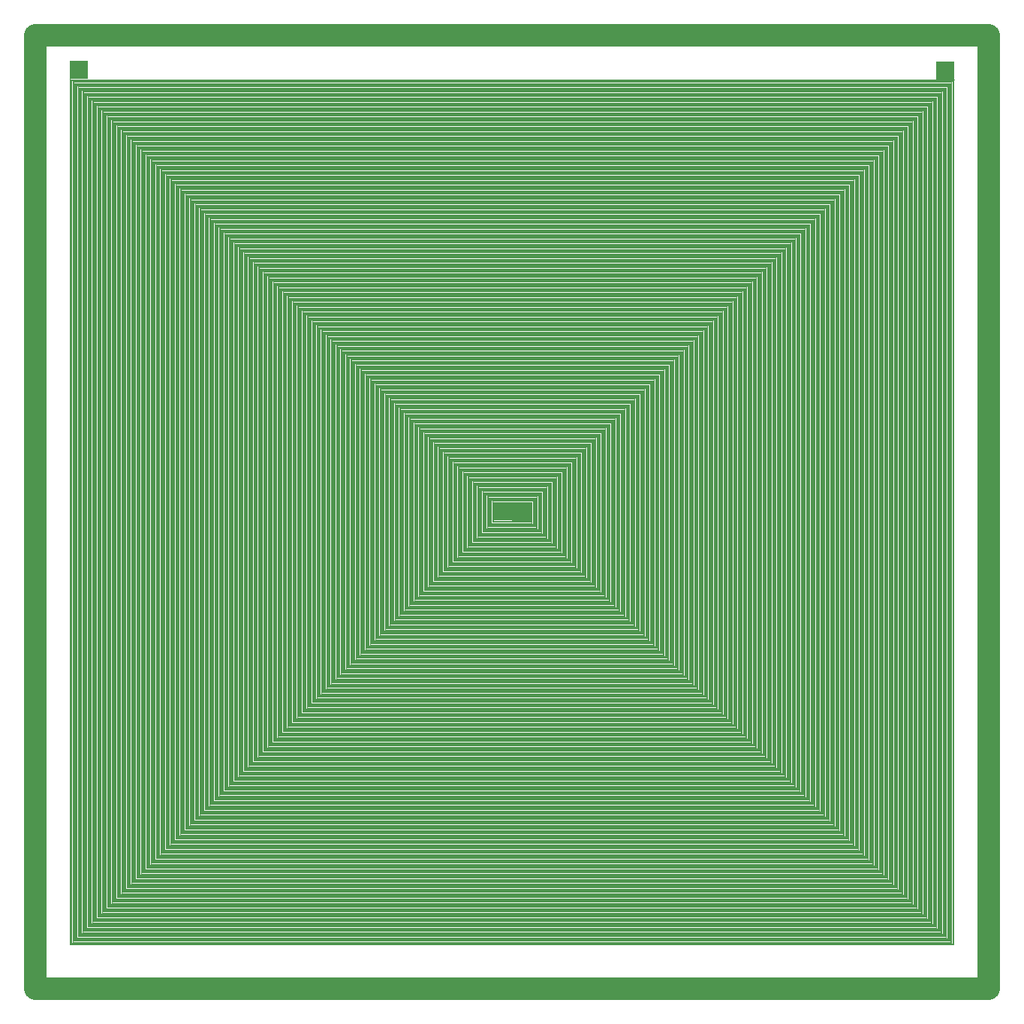
<source format=gbr>
G04 start of page 2 for group 0 idx 0 *
G04 Title: (unknown), component *
G04 Creator: pcb 1.99y *
G04 CreationDate: Mon Mar  9 18:38:30 2009 UTC *
G04 For: dj *
G04 Format: Gerber/RS-274X *
G04 PCB-Dimensions: 433006 433006 *
G04 PCB-Coordinate-Origin: lower left *
%MOIN*%
%FSLAX25Y25*%
%LNFRONT*%
%ADD11C,0.0020*%
%ADD12C,0.1000*%
%ADD13C,0.0200*%
%ADD14C,0.0300*%
G54D11*X249719Y187189D02*Y245424D01*
X250113Y186795D02*Y245818D01*
X250507Y186401D02*Y246212D01*
X250901Y186007D02*Y246606D01*
X251295Y185613D02*Y247000D01*
X251689Y185219D02*Y247394D01*
X252083Y184825D02*Y247788D01*
X252477Y184431D02*Y248182D01*
X252871Y184037D02*Y248576D01*
X253265Y183643D02*Y248970D01*
X253659Y183249D02*Y249364D01*
X254053Y182855D02*Y249758D01*
X254447Y182461D02*Y250152D01*
X254841Y182067D02*Y250546D01*
X255235Y181673D02*Y250940D01*
X255629Y181279D02*Y251334D01*
X256023Y180885D02*Y251728D01*
X256417Y180491D02*Y252122D01*
X256811Y180097D02*Y252516D01*
X257205Y179703D02*Y252910D01*
X257599Y179309D02*Y253304D01*
X257993Y178915D02*Y253698D01*
X258387Y178521D02*Y254092D01*
X258781Y178127D02*Y254486D01*
X259175Y177733D02*Y254880D01*
X259569Y177339D02*Y255274D01*
X259963Y176945D02*Y255668D01*
X260357Y176551D02*Y256062D01*
X260751Y176157D02*Y256456D01*
X261145Y175763D02*Y256850D01*
X154525Y274580D02*X278875D01*
X154131Y274974D02*X279269D01*
X153737Y275368D02*X279663D01*
X153343Y275762D02*X280057D01*
X152949Y276156D02*X280451D01*
X152555Y276550D02*X280845D01*
X152161Y276944D02*X281239D01*
X151767Y277338D02*X281633D01*
X182893Y246212D02*X250507D01*
X182499Y246606D02*X250901D01*
X182105Y247000D02*X251295D01*
X181711Y247394D02*X251689D01*
X181317Y247788D02*X252083D01*
X180923Y248182D02*X252477D01*
X180529Y248576D02*X252871D01*
X180135Y248970D02*X253265D01*
X179741Y249364D02*X253659D01*
X179347Y249758D02*X254053D01*
X178953Y250152D02*X254447D01*
X178559Y250546D02*X254841D01*
X178165Y250940D02*X255235D01*
X177771Y251334D02*X255629D01*
X177377Y251728D02*X256023D01*
X176983Y252122D02*X256417D01*
X176589Y252516D02*X256811D01*
X176195Y252910D02*X257205D01*
X175801Y253304D02*X257599D01*
X175407Y253698D02*X257993D01*
X175013Y254092D02*X258387D01*
X174619Y254486D02*X258781D01*
X174225Y254880D02*X259175D01*
X173831Y255274D02*X259569D01*
X173437Y255668D02*X259963D01*
X173043Y256062D02*X260357D01*
X172649Y256456D02*X260751D01*
X172255Y256850D02*X261145D01*
X171861Y257244D02*X261539D01*
X152161Y156457D02*Y276944D01*
X151767Y156063D02*Y277338D01*
X151373Y155669D02*Y277732D01*
X150979Y155275D02*Y278126D01*
X150585Y154881D02*Y278520D01*
X150191Y154487D02*Y278914D01*
X149797Y154093D02*Y279308D01*
X149403Y153699D02*Y279702D01*
X149009Y153305D02*Y280096D01*
X148615Y152911D02*Y280490D01*
X148221Y152517D02*Y280884D01*
X147827Y152123D02*Y281278D01*
X147433Y151729D02*Y281672D01*
X147039Y151335D02*Y282066D01*
X146645Y150941D02*Y282460D01*
X146251Y150547D02*Y282854D01*
X145857Y150153D02*Y283248D01*
X145463Y149759D02*Y283642D01*
X145069Y149365D02*Y284036D01*
X144675Y148971D02*Y284430D01*
X144281Y148577D02*Y284824D01*
X148221Y280884D02*X285179D01*
X284785Y152123D02*Y280490D01*
X147827Y281278D02*X285573D01*
X285179Y151729D02*Y280884D01*
X143887Y148183D02*Y285218D01*
X143493Y147789D02*Y285612D01*
X143099Y147395D02*Y286006D01*
X142705Y147001D02*Y286400D01*
X142311Y146607D02*Y286794D01*
X141917Y146213D02*Y287188D01*
X141523Y145819D02*Y287582D01*
X141129Y145425D02*Y287976D01*
X140735Y145031D02*Y288370D01*
X140341Y144637D02*Y288764D01*
X139947Y144243D02*Y289158D01*
X139553Y143849D02*Y289552D01*
X139159Y143455D02*Y289946D01*
X138765Y143061D02*Y290340D01*
X138371Y142667D02*Y290734D01*
X137977Y142273D02*Y291128D01*
X137583Y141879D02*Y291522D01*
X137189Y141485D02*Y291916D01*
X136795Y141091D02*Y292310D01*
X136401Y140697D02*Y292704D01*
X136007Y140303D02*Y293098D01*
X135613Y139909D02*Y293492D01*
X135219Y139515D02*Y293886D01*
X134825Y139121D02*Y294280D01*
X134431Y138727D02*Y294674D01*
X134037Y138333D02*Y295068D01*
X133643Y137939D02*Y295462D01*
X133249Y137545D02*Y295856D01*
X132855Y137151D02*Y296250D01*
X132461Y136757D02*Y296644D01*
X132067Y136363D02*Y297038D01*
X131673Y135969D02*Y297432D01*
X131279Y135575D02*Y297826D01*
X130885Y135181D02*Y298220D01*
X130491Y134787D02*Y298614D01*
X130097Y134393D02*Y299008D01*
X129703Y133999D02*Y299402D01*
X129309Y133605D02*Y299796D01*
X128915Y133211D02*Y300190D01*
X128521Y132817D02*Y300584D01*
X128127Y132423D02*Y300978D01*
X151373Y155669D02*X281239D01*
X150979Y155275D02*X281633D01*
X150585Y154881D02*X282027D01*
X150191Y154487D02*X282421D01*
X149797Y154093D02*X282815D01*
X149403Y153699D02*X283209D01*
X149009Y153305D02*X283603D01*
X148615Y152911D02*X283997D01*
X148221Y152517D02*X284391D01*
X147827Y152123D02*X284785D01*
X147433Y151729D02*X285179D01*
X147039Y151335D02*X285573D01*
X146645Y150941D02*X285967D01*
X146251Y150547D02*X286361D01*
X145857Y150153D02*X286755D01*
X145463Y149759D02*X287149D01*
X145069Y149365D02*X287543D01*
X144675Y148971D02*X287937D01*
X144281Y148577D02*X288331D01*
X143887Y148183D02*X288725D01*
X143493Y147789D02*X289119D01*
X143099Y147395D02*X289513D01*
X142705Y147001D02*X289907D01*
X285573Y151335D02*Y281278D01*
X285967Y150941D02*Y281672D01*
X286361Y150547D02*Y282066D01*
X286755Y150153D02*Y282460D01*
X287149Y149759D02*Y282854D01*
X287543Y149365D02*Y283248D01*
X287937Y148971D02*Y283642D01*
X288331Y148577D02*Y284036D01*
X288725Y148183D02*Y284430D01*
X289119Y147789D02*Y284824D01*
X289513Y147395D02*Y285218D01*
X289907Y147001D02*Y285612D01*
X290301Y146607D02*Y286006D01*
X290695Y146213D02*Y286400D01*
X291089Y145819D02*Y286794D01*
X291483Y145425D02*Y287188D01*
X291877Y145031D02*Y287582D01*
X292271Y144637D02*Y287976D01*
X292665Y144243D02*Y288370D01*
X293059Y143849D02*Y288764D01*
X293453Y143455D02*Y289158D01*
X293847Y143061D02*Y289552D01*
X294241Y142667D02*Y289946D01*
X294635Y142273D02*Y290340D01*
X295029Y141879D02*Y290734D01*
X295423Y141485D02*Y291128D01*
X295817Y141091D02*Y291522D01*
X296211Y140697D02*Y291916D01*
X296605Y140303D02*Y292310D01*
X296999Y139909D02*Y292704D01*
X297393Y139515D02*Y293098D01*
X297787Y139121D02*Y293492D01*
X298181Y138727D02*Y293886D01*
X298575Y138333D02*Y294280D01*
X298969Y137939D02*Y294674D01*
X299363Y137545D02*Y295068D01*
X299757Y137151D02*Y295462D01*
X300151Y136757D02*Y295856D01*
X300545Y136363D02*Y296250D01*
X300939Y135969D02*Y296644D01*
X301333Y135575D02*Y297038D01*
X301727Y135181D02*Y297432D01*
X302121Y134787D02*Y297826D01*
X302515Y134393D02*Y298220D01*
X302909Y133999D02*Y298614D01*
X303303Y133605D02*Y299008D01*
X303697Y133211D02*Y299402D01*
X304091Y132817D02*Y299796D01*
X304485Y132423D02*Y300190D01*
X304879Y132029D02*Y300584D01*
X305273Y131635D02*Y300978D01*
X305667Y131241D02*Y301372D01*
X306061Y130847D02*Y301766D01*
X306455Y130453D02*Y302160D01*
X306849Y130059D02*Y302554D01*
X307243Y129665D02*Y302948D01*
X307637Y129271D02*Y303342D01*
X308031Y128877D02*Y303736D01*
X308425Y128483D02*Y304130D01*
X308819Y128089D02*Y304524D01*
X309213Y127695D02*Y304918D01*
X309607Y127301D02*Y305312D01*
X310001Y126907D02*Y305706D01*
X310395Y126513D02*Y306100D01*
X310789Y126119D02*Y306494D01*
X311183Y125725D02*Y306888D01*
X311577Y125331D02*Y307282D01*
X311971Y124937D02*Y307676D01*
X312365Y124543D02*Y308070D01*
X312759Y124149D02*Y308464D01*
X313153Y123755D02*Y308858D01*
X313547Y123361D02*Y309252D01*
X313941Y122967D02*Y309646D01*
X314335Y122573D02*Y310040D01*
X314729Y122179D02*Y310434D01*
X315123Y121785D02*Y310828D01*
X315517Y121391D02*Y311222D01*
X315911Y120997D02*Y311616D01*
X316305Y120603D02*Y312010D01*
X316699Y120209D02*Y312404D01*
X317093Y119815D02*Y312798D01*
X142311Y146607D02*X290301D01*
X141917Y146213D02*X290695D01*
X141523Y145819D02*X291089D01*
X141129Y145425D02*X291483D01*
X140735Y145031D02*X291877D01*
X140341Y144637D02*X292271D01*
X139947Y144243D02*X292665D01*
X139553Y143849D02*X293059D01*
X139159Y143455D02*X293453D01*
X138765Y143061D02*X293847D01*
X138371Y142667D02*X294241D01*
X137977Y142273D02*X294635D01*
X137583Y141879D02*X295029D01*
X137189Y141485D02*X295423D01*
X136795Y141091D02*X295817D01*
X136401Y140697D02*X296211D01*
X136007Y140303D02*X296605D01*
X135613Y139909D02*X296999D01*
X135219Y139515D02*X297393D01*
X134825Y139121D02*X297787D01*
X134431Y138727D02*X298181D01*
X134037Y138333D02*X298575D01*
X133643Y137939D02*X298969D01*
X133249Y137545D02*X299363D01*
X132855Y137151D02*X299757D01*
X132461Y136757D02*X300151D01*
X132067Y136363D02*X300545D01*
X131673Y135969D02*X300939D01*
X131279Y135575D02*X301333D01*
X130885Y135181D02*X301727D01*
X130491Y134787D02*X302121D01*
X130097Y134393D02*X302515D01*
X129703Y133999D02*X302909D01*
X129309Y133605D02*X303303D01*
X128915Y133211D02*X303697D01*
X128521Y132817D02*X304091D01*
X128127Y132423D02*X304485D01*
X127733Y132029D02*X304879D01*
X127339Y131635D02*X305273D01*
X126945Y131241D02*X305667D01*
X126551Y130847D02*X306061D01*
X126157Y130453D02*X306455D01*
X125763Y130059D02*X306849D01*
X125369Y129665D02*X307243D01*
X124975Y129271D02*X307637D01*
X124581Y128877D02*X308031D01*
X124187Y128483D02*X308425D01*
X123793Y128089D02*X308819D01*
X123399Y127695D02*X309213D01*
X123005Y127301D02*X309607D01*
X122611Y126907D02*X310001D01*
X122217Y126513D02*X310395D01*
X121823Y126119D02*X310789D01*
X121429Y125725D02*X311183D01*
X121035Y125331D02*X311577D01*
X120641Y124937D02*X311971D01*
X120247Y124543D02*X312365D01*
X119853Y124149D02*X312759D01*
X119459Y123755D02*X313153D01*
X119065Y123361D02*X313547D01*
X118671Y122967D02*X313941D01*
X118277Y122573D02*X314335D01*
X117883Y122179D02*X314729D01*
X117489Y121785D02*X315123D01*
X117095Y121391D02*X315517D01*
X116701Y120997D02*X315911D01*
X116307Y120603D02*X316305D01*
X115913Y120209D02*X316699D01*
X115519Y119815D02*X317093D01*
X115125Y119421D02*X317487D01*
X207321Y211617D02*X225291D01*
X206927Y211223D02*X225685D01*
X206533Y210829D02*X226079D01*
X225291Y211617D02*Y220996D01*
X225685Y211223D02*Y221390D01*
X226079Y210829D02*Y221784D01*
X226473Y210435D02*Y222178D01*
X226867Y210041D02*Y222572D01*
X227261Y209647D02*Y222966D01*
X206139Y210435D02*X226473D01*
X205745Y210041D02*X226867D01*
X205351Y209647D02*X227261D01*
X204957Y209253D02*X227655D01*
X208109Y212405D02*Y220996D01*
X208503Y220602D02*X224897D01*
X207715Y212011D02*Y221390D01*
X208109Y212405D02*X224503D01*
Y220208D01*
X207715Y212011D02*X224897D01*
X208109Y220996D02*X225291D01*
X224897Y212011D02*Y220602D01*
X227655Y209253D02*Y223360D01*
X204563Y208859D02*X228049D01*
X234747Y202161D02*Y230452D01*
X235141Y201767D02*Y230846D01*
X235535Y201373D02*Y231240D01*
X235929Y200979D02*Y231634D01*
X236323Y200585D02*Y232028D01*
X236717Y200191D02*Y232422D01*
X237111Y199797D02*Y232816D01*
X237505Y199403D02*Y233210D01*
X237899Y199009D02*Y233604D01*
X238293Y198615D02*Y233998D01*
X238687Y198221D02*Y234392D01*
X239081Y197827D02*Y234786D01*
X239475Y197433D02*Y235180D01*
X239869Y197039D02*Y235574D01*
X240263Y196645D02*Y235968D01*
X240657Y196251D02*Y236362D01*
X241051Y195857D02*Y236756D01*
X241445Y195463D02*Y237150D01*
X241839Y195069D02*Y237544D01*
X242233Y194675D02*Y237938D01*
X242627Y194281D02*Y238332D01*
X243021Y193887D02*Y238726D01*
X243415Y193493D02*Y239120D01*
X243809Y193099D02*Y239514D01*
X244203Y192705D02*Y239908D01*
X244597Y192311D02*Y240302D01*
X244991Y191917D02*Y240696D01*
X245385Y191523D02*Y241090D01*
X245779Y191129D02*Y241484D01*
X246173Y190735D02*Y241878D01*
X246567Y190341D02*Y242272D01*
X246961Y189947D02*Y242666D01*
X247355Y189553D02*Y243060D01*
X247749Y189159D02*Y243454D01*
X248143Y188765D02*Y243848D01*
X248537Y188371D02*Y244242D01*
X248931Y187977D02*Y244636D01*
X249325Y187583D02*Y245030D01*
X228049Y208859D02*Y223754D01*
X228443Y208465D02*Y224148D01*
X228837Y208071D02*Y224542D01*
X229231Y207677D02*Y224936D01*
X229625Y207283D02*Y225330D01*
X230019Y206889D02*Y225724D01*
X230413Y206495D02*Y226118D01*
X230807Y206101D02*Y226512D01*
X231201Y205707D02*Y226906D01*
X231595Y205313D02*Y227300D01*
X231989Y204919D02*Y227694D01*
X232383Y204525D02*Y228088D01*
X232777Y204131D02*Y228482D01*
X233171Y203737D02*Y228876D01*
X233565Y203343D02*Y229270D01*
X233959Y202949D02*Y229664D01*
X234353Y202555D02*Y230058D01*
X207715Y221390D02*X225685D01*
X207321Y221784D02*X226079D01*
X206927Y222178D02*X226473D01*
X206533Y222572D02*X226867D01*
X206139Y222966D02*X227261D01*
X205745Y223360D02*X227655D01*
X205351Y223754D02*X228049D01*
X204957Y224148D02*X228443D01*
X204563Y224542D02*X228837D01*
X204169Y224936D02*X229231D01*
X203775Y225330D02*X229625D01*
X203381Y225724D02*X230019D01*
X202987Y226118D02*X230413D01*
X202593Y226512D02*X230807D01*
X202199Y226906D02*X231201D01*
X201805Y227300D02*X231595D01*
X201411Y227694D02*X231989D01*
X201017Y228088D02*X232383D01*
X200623Y228482D02*X232777D01*
X200229Y228876D02*X233171D01*
X199835Y229270D02*X233565D01*
X199441Y229664D02*X233959D01*
X199047Y230058D02*X234353D01*
X198653Y230452D02*X234747D01*
X198259Y230846D02*X235141D01*
X197865Y231240D02*X235535D01*
X197471Y231634D02*X235929D01*
X197077Y232028D02*X236323D01*
X196683Y232422D02*X236717D01*
X196289Y232816D02*X237111D01*
X195895Y233210D02*X237505D01*
X195501Y233604D02*X237899D01*
X195107Y233998D02*X238293D01*
X194713Y234392D02*X238687D01*
X194319Y234786D02*X239081D01*
X193925Y235180D02*X239475D01*
X193531Y235574D02*X239869D01*
X193137Y235968D02*X240263D01*
X192743Y236362D02*X240657D01*
X192349Y236756D02*X241051D01*
X191955Y237150D02*X241445D01*
X191561Y237544D02*X241839D01*
X191167Y237938D02*X242233D01*
X190773Y238332D02*X242627D01*
X190379Y238726D02*X243021D01*
X189985Y239120D02*X243415D01*
X189591Y239514D02*X243809D01*
X189197Y239908D02*X244203D01*
X188803Y240302D02*X244597D01*
X188409Y240696D02*X244991D01*
X188015Y241090D02*X245385D01*
X187621Y241484D02*X245779D01*
X187227Y241878D02*X246173D01*
X186833Y242272D02*X246567D01*
X186439Y242666D02*X246961D01*
X186045Y243060D02*X247355D01*
X185651Y243454D02*X247749D01*
X185257Y243848D02*X248143D01*
X184863Y244242D02*X248537D01*
X184469Y244636D02*X248931D01*
X184075Y245030D02*X249325D01*
X183681Y245424D02*X249719D01*
X183287Y245818D02*X250113D01*
X204169Y208465D02*X228443D01*
X203775Y208071D02*X228837D01*
X203381Y207677D02*X229231D01*
X202987Y207283D02*X229625D01*
X202593Y206889D02*X230019D01*
X171073Y175369D02*X261539D01*
X170679Y174975D02*X261933D01*
X170285Y174581D02*X262327D01*
X169891Y174187D02*X262721D01*
X169497Y173793D02*X263115D01*
X169103Y173399D02*X263509D01*
X171073Y175369D02*Y258032D01*
X170679Y174975D02*Y258426D01*
X170285Y174581D02*Y258820D01*
X169891Y174187D02*Y259214D01*
X169497Y173793D02*Y259608D01*
X169103Y173399D02*Y260002D01*
X171467Y257638D02*X261933D01*
X171073Y258032D02*X262327D01*
X170679Y258426D02*X262721D01*
X170285Y258820D02*X263115D01*
X169891Y259214D02*X263509D01*
X169497Y259608D02*X263903D01*
X169103Y260002D02*X264297D01*
X168709Y260396D02*X264691D01*
X168315Y260790D02*X265085D01*
X167921Y261184D02*X265479D01*
X167527Y261578D02*X265873D01*
X167133Y261972D02*X266267D01*
X166739Y262366D02*X266661D01*
X266267Y170641D02*Y261972D01*
X261539Y175369D02*Y257244D01*
X261933Y174975D02*Y257638D01*
X262327Y174581D02*Y258032D01*
X262721Y174187D02*Y258426D01*
X263115Y173793D02*Y258820D01*
X263509Y173399D02*Y259214D01*
X168709Y173005D02*X263903D01*
X168315Y172611D02*X264297D01*
X167921Y172217D02*X264691D01*
X263903Y173005D02*Y259608D01*
X264297Y172611D02*Y260002D01*
X264691Y172217D02*Y260396D01*
X265085Y171823D02*Y260790D01*
X265479Y171429D02*Y261184D01*
X265873Y171035D02*Y261578D01*
X167527Y171823D02*X265085D01*
X167133Y171429D02*X265479D01*
X166739Y171035D02*X265873D01*
X166345Y170641D02*X266267D01*
X168709Y173005D02*Y260396D01*
X168315Y172611D02*Y260790D01*
X167921Y172217D02*Y261184D01*
X167527Y171823D02*Y261578D01*
X167133Y171429D02*Y261972D01*
X166739Y171035D02*Y262366D01*
X166345Y170641D02*Y262760D01*
X165951Y170247D02*Y263154D01*
X165557Y169853D02*Y263548D01*
X165163Y169459D02*Y263942D01*
X164769Y169065D02*Y264336D01*
X164375Y168671D02*Y264730D01*
X163981Y168277D02*Y265124D01*
X163587Y167883D02*Y265518D01*
X163193Y167489D02*Y265912D01*
X162799Y167095D02*Y266306D01*
X162405Y166701D02*Y266700D01*
X162011Y166307D02*Y267094D01*
X161617Y165913D02*Y267488D01*
X161223Y165519D02*Y267882D01*
X160829Y165125D02*Y268276D01*
X165951Y170247D02*X266661D01*
X165557Y169853D02*X267055D01*
X165163Y169459D02*X267449D01*
X266661Y170247D02*Y262366D01*
X267055Y169853D02*Y262760D01*
X267449Y169459D02*Y263154D01*
X267843Y169065D02*Y263548D01*
X268237Y168671D02*Y263942D01*
X268631Y168277D02*Y264336D01*
X164769Y169065D02*X267843D01*
X164375Y168671D02*X268237D01*
X163981Y168277D02*X268631D01*
X163587Y167883D02*X269025D01*
X163193Y167489D02*X269419D01*
X162799Y167095D02*X269813D01*
X162405Y166701D02*X270207D01*
X162011Y166307D02*X270601D01*
X161617Y165913D02*X270995D01*
X161223Y165519D02*X271389D01*
X160829Y165125D02*X271783D01*
X269025Y167883D02*Y264730D01*
X269419Y167489D02*Y265124D01*
X269813Y167095D02*Y265518D01*
X270207Y166701D02*Y265912D01*
X270601Y166307D02*Y266306D01*
X270995Y165913D02*Y266700D01*
X271389Y165519D02*Y267094D01*
X271783Y165125D02*Y267488D01*
X166345Y262760D02*X267055D01*
X165951Y263154D02*X267449D01*
X165557Y263548D02*X267843D01*
X165163Y263942D02*X268237D01*
X164769Y264336D02*X268631D01*
X164375Y264730D02*X269025D01*
X163981Y265124D02*X269419D01*
X163587Y265518D02*X269813D01*
X163193Y265912D02*X270207D01*
X162799Y266306D02*X270601D01*
X162405Y266700D02*X270995D01*
X162011Y267094D02*X271389D01*
X161617Y267488D02*X271783D01*
X161223Y267882D02*X272177D01*
X160829Y268276D02*X272571D01*
X160435Y268670D02*X272965D01*
X160041Y269064D02*X273359D01*
X159647Y269458D02*X273753D01*
X159253Y269852D02*X274147D01*
X158859Y270246D02*X274541D01*
X158465Y270640D02*X274935D01*
X158071Y271034D02*X275329D01*
X157677Y271428D02*X275723D01*
X157283Y271822D02*X276117D01*
X156889Y272216D02*X276511D01*
X156495Y272610D02*X276905D01*
X156101Y273004D02*X277299D01*
X155707Y273398D02*X277693D01*
X155313Y273792D02*X278087D01*
X154919Y274186D02*X278481D01*
X157677Y161973D02*Y271428D01*
X157283Y161579D02*Y271822D01*
X156889Y161185D02*Y272216D01*
X156495Y160791D02*Y272610D01*
X156101Y160397D02*Y273004D01*
X155707Y160003D02*Y273398D01*
X155313Y159609D02*Y273792D01*
X154919Y159215D02*Y274186D01*
X154525Y158821D02*Y274580D01*
X154131Y158427D02*Y274974D01*
X153737Y158033D02*Y275368D01*
X153343Y157639D02*Y275762D01*
X152949Y157245D02*Y276156D01*
X152555Y156851D02*Y276550D01*
X272177Y164731D02*Y267882D01*
X272571Y164337D02*Y268276D01*
X272965Y163943D02*Y268670D01*
X273359Y163549D02*Y269064D01*
X273753Y163155D02*Y269458D01*
X274147Y162761D02*Y269852D01*
X157677Y161973D02*X274935D01*
X157283Y161579D02*X275329D01*
X156889Y161185D02*X275723D01*
X274541Y162367D02*Y270246D01*
X274935Y161973D02*Y270640D01*
X275329Y161579D02*Y271034D01*
X275723Y161185D02*Y271428D01*
X156495Y160791D02*X276117D01*
Y271822D01*
X156101Y160397D02*X276511D01*
Y272216D01*
X155707Y160003D02*X276905D01*
Y272610D01*
X155313Y159609D02*X277299D01*
Y273004D01*
X160435Y164731D02*X272177D01*
X160435D02*Y268670D01*
X160041Y164337D02*X272571D01*
X159647Y163943D02*X272965D01*
X159253Y163549D02*X273359D01*
X158859Y163155D02*X273753D01*
X158465Y162761D02*X274147D01*
X158071Y162367D02*X274541D01*
X160041Y164337D02*Y269064D01*
X159647Y163943D02*Y269458D01*
X159253Y163549D02*Y269852D01*
X158859Y163155D02*Y270246D01*
X158465Y162761D02*Y270640D01*
X158071Y162367D02*Y271034D01*
X154919Y159215D02*X277693D01*
Y273398D01*
X154525Y158821D02*X278087D01*
Y273792D01*
X154131Y158427D02*X278481D01*
X153737Y158033D02*X278875D01*
X153343Y157639D02*X279269D01*
X152949Y157245D02*X279663D01*
X278481Y158427D02*Y274186D01*
X278875Y158033D02*Y274580D01*
X279269Y157639D02*Y274974D01*
X279663Y157245D02*Y275368D01*
X280057Y156851D02*Y275762D01*
X280451Y156457D02*Y276156D01*
X280845Y156063D02*Y276550D01*
X281239Y155669D02*Y276944D01*
X281633Y155275D02*Y277338D01*
X282027Y154881D02*Y277732D01*
X151373D02*X282027D01*
X150979Y278126D02*X282421D01*
X152555Y156851D02*X280057D01*
X152161Y156457D02*X280451D01*
X151767Y156063D02*X280845D01*
X282421Y154487D02*Y278126D01*
X282815Y154093D02*Y278520D01*
X283209Y153699D02*Y278914D01*
X150585Y278520D02*X282815D01*
X150191Y278914D02*X283209D01*
X149797Y279308D02*X283603D01*
X149403Y279702D02*X283997D01*
X149009Y280096D02*X284391D01*
X148615Y280490D02*X284785D01*
X283603Y153305D02*Y279308D01*
X283997Y152911D02*Y279702D01*
X284391Y152517D02*Y280096D01*
X105275Y323830D02*X328125D01*
X104881Y324224D02*X328519D01*
X104487Y324618D02*X328913D01*
X104093Y325012D02*X329307D01*
X103699Y325406D02*X329701D01*
X103305Y325800D02*X330095D01*
X102911Y326194D02*X330489D01*
X102517Y326588D02*X330883D01*
X102123Y326982D02*X331277D01*
X101729Y327376D02*X331671D01*
X101335Y327770D02*X332065D01*
X100941Y328164D02*X332459D01*
X100547Y328558D02*X332853D01*
X100153Y328952D02*X333247D01*
X99759Y329346D02*X333641D01*
X99365Y329740D02*X334035D01*
X98971Y330134D02*X334429D01*
X98577Y330528D02*X334823D01*
X98183Y330922D02*X335217D01*
X97789Y331316D02*X335611D01*
X97395Y331710D02*X336005D01*
X97001Y332104D02*X336399D01*
X96607Y332498D02*X336793D01*
X96213Y332892D02*X337187D01*
X95819Y333286D02*X337581D01*
X95425Y333680D02*X337975D01*
X95031Y334074D02*X338369D01*
X90697Y338408D02*X342703D01*
X90303Y338802D02*X343097D01*
X89909Y339196D02*X343491D01*
X89515Y339590D02*X343885D01*
X89121Y339984D02*X344279D01*
X88727Y340378D02*X344673D01*
X88333Y340772D02*X345067D01*
X87939Y341166D02*X345461D01*
X87545Y341560D02*X345855D01*
X87151Y341954D02*X346249D01*
X86757Y342348D02*X346643D01*
X86363Y342742D02*X347037D01*
X85969Y343136D02*X347431D01*
X85575Y343530D02*X347825D01*
X85181Y343924D02*X348219D01*
X84787Y344318D02*X348613D01*
X84393Y344712D02*X349007D01*
X83999Y345106D02*X349401D01*
X83605Y345500D02*X349795D01*
X83211Y345894D02*X350189D01*
X82817Y346288D02*X350583D01*
X82423Y346682D02*X350977D01*
X82029Y347076D02*X351371D01*
X81635Y347470D02*X351765D01*
X81241Y347864D02*X352159D01*
X80847Y348258D02*X352553D01*
X356887Y80021D02*Y352592D01*
X357281Y79627D02*Y352986D01*
X357675Y79233D02*Y353380D01*
X358069Y78839D02*Y353774D01*
X358463Y78445D02*Y354168D01*
X358857Y78051D02*Y354562D01*
X359251Y77657D02*Y354956D01*
X359645Y77263D02*Y355350D01*
X360039Y76869D02*Y355744D01*
X360433Y76475D02*Y356138D01*
X360827Y76081D02*Y356532D01*
X361221Y75687D02*Y356926D01*
X361615Y75293D02*Y357320D01*
X362009Y74899D02*Y357714D01*
X362403Y74505D02*Y358108D01*
X362797Y74111D02*Y358502D01*
X363191Y73717D02*Y358896D01*
X363585Y73323D02*Y359290D01*
X363979Y72929D02*Y359684D01*
X364373Y72535D02*Y360078D01*
X364767Y72141D02*Y360472D01*
X365161Y71747D02*Y360866D01*
X365555Y71353D02*Y361260D01*
X365949Y70959D02*Y361654D01*
X366343Y70565D02*Y362048D01*
X366737Y70171D02*Y362442D01*
X367131Y69777D02*Y362836D01*
X367525Y69383D02*Y363230D01*
X367919Y68989D02*Y363624D01*
X368313Y68595D02*Y364018D01*
X368707Y68201D02*Y364412D01*
X369101Y67807D02*Y364806D01*
X369495Y67413D02*Y365200D01*
X80453Y348652D02*X352947D01*
X80059Y349046D02*X353341D01*
X79665Y349440D02*X353735D01*
X79271Y349834D02*X354129D01*
X78877Y350228D02*X354523D01*
X78483Y350622D02*X354917D01*
X78089Y351016D02*X355311D01*
X77695Y351410D02*X355705D01*
X77301Y351804D02*X356099D01*
X76907Y352198D02*X356493D01*
X76513Y352592D02*X356887D01*
X76119Y352986D02*X357281D01*
X75725Y353380D02*X357675D01*
X75331Y353774D02*X358069D01*
X74937Y354168D02*X358463D01*
X74543Y354562D02*X358857D01*
X74149Y354956D02*X359251D01*
X73755Y355350D02*X359645D01*
X73361Y355744D02*X360039D01*
X72967Y356138D02*X360433D01*
X72573Y356532D02*X360827D01*
X72179Y356926D02*X361221D01*
X71785Y357320D02*X361615D01*
X71391Y357714D02*X362009D01*
X70997Y358108D02*X362403D01*
X70603Y358502D02*X362797D01*
X70209Y358896D02*X363191D01*
X69815Y359290D02*X363585D01*
X69421Y359684D02*X363979D01*
X69027Y360078D02*X364373D01*
X68633Y360472D02*X364767D01*
X68239Y360866D02*X365161D01*
X67845Y361260D02*X365555D01*
X67451Y361654D02*X365949D01*
X67057Y362048D02*X366343D01*
X66663Y362442D02*X366737D01*
X66269Y362836D02*X367131D01*
X65875Y363230D02*X367525D01*
X65481Y363624D02*X367919D01*
X65087Y364018D02*X368313D01*
X64693Y364412D02*X368707D01*
X64299Y364806D02*X369101D01*
X63905Y365200D02*X369495D01*
X63511Y365594D02*X369889D01*
X207321Y211617D02*Y221784D01*
X206927Y211223D02*Y222178D01*
X206533Y210829D02*Y222572D01*
X206139Y210435D02*Y222966D01*
X205745Y210041D02*Y223360D01*
X205351Y209647D02*Y223754D01*
X204957Y209253D02*Y224148D01*
X204563Y208859D02*Y224542D01*
X204169Y208465D02*Y224936D01*
X203775Y208071D02*Y225330D01*
X203381Y207677D02*Y225724D01*
X202987Y207283D02*Y226118D01*
X202593Y206889D02*Y226512D01*
X202199Y206495D02*Y226906D01*
X201805Y206101D02*Y227300D01*
X201411Y205707D02*Y227694D01*
X201017Y205313D02*Y228088D01*
X200623Y204919D02*Y228482D01*
X200229Y204525D02*Y228876D01*
X199835Y204131D02*Y229270D01*
X199441Y203737D02*Y229664D01*
X199047Y203343D02*Y230058D01*
X198653Y202949D02*Y230452D01*
X198259Y202555D02*Y230846D01*
X197865Y202161D02*Y231240D01*
X197471Y201767D02*Y231634D01*
X197077Y201373D02*Y232028D01*
X196683Y200979D02*Y232422D01*
X196289Y200585D02*Y232816D01*
X195895Y200191D02*Y233210D01*
X195501Y199797D02*Y233604D01*
X195107Y199403D02*Y233998D01*
X194713Y199009D02*Y234392D01*
X194319Y198615D02*Y234786D01*
X193925Y198221D02*Y235180D01*
X193531Y197827D02*Y235574D01*
X193137Y197433D02*Y235968D01*
X192743Y197039D02*Y236362D01*
X192349Y196645D02*Y236756D01*
X191955Y196251D02*Y237150D01*
X191561Y195857D02*Y237544D01*
X191167Y195463D02*Y237938D01*
X190773Y195069D02*Y238332D01*
X190379Y194675D02*Y238726D01*
X189985Y194281D02*Y239120D01*
X202199Y206495D02*X230413D01*
X201805Y206101D02*X230807D01*
X201411Y205707D02*X231201D01*
X201017Y205313D02*X231595D01*
X200623Y204919D02*X231989D01*
X200229Y204525D02*X232383D01*
X199835Y204131D02*X232777D01*
X199441Y203737D02*X233171D01*
X199047Y203343D02*X233565D01*
X198653Y202949D02*X233959D01*
X198259Y202555D02*X234353D01*
X197865Y202161D02*X234747D01*
X197471Y201767D02*X235141D01*
X197077Y201373D02*X235535D01*
X196683Y200979D02*X235929D01*
X196289Y200585D02*X236323D01*
X195895Y200191D02*X236717D01*
X195501Y199797D02*X237111D01*
X195107Y199403D02*X237505D01*
X194713Y199009D02*X237899D01*
X194319Y198615D02*X238293D01*
X193925Y198221D02*X238687D01*
X193531Y197827D02*X239081D01*
X193137Y197433D02*X239475D01*
X192743Y197039D02*X239869D01*
X192349Y196645D02*X240263D01*
X191955Y196251D02*X240657D01*
X191561Y195857D02*X241051D01*
X191167Y195463D02*X241445D01*
X190773Y195069D02*X241839D01*
X190379Y194675D02*X242233D01*
X189985Y194281D02*X242627D01*
X189591Y193887D02*X243021D01*
X189197Y193493D02*X243415D01*
X188803Y193099D02*X243809D01*
X188409Y192705D02*X244203D01*
X188015Y192311D02*X244597D01*
X187621Y191917D02*X244991D01*
X187227Y191523D02*X245385D01*
X186833Y191129D02*X245779D01*
X186439Y190735D02*X246173D01*
X186045Y190341D02*X246567D01*
X185651Y189947D02*X246961D01*
X185257Y189553D02*X247355D01*
X184863Y189159D02*X247749D01*
X184469Y188765D02*X248143D01*
X184075Y188371D02*X248537D01*
X183681Y187977D02*X248931D01*
X183287Y187583D02*X249325D01*
X182893Y187189D02*X249719D01*
X182499Y186795D02*X250113D01*
X182105Y186401D02*X250507D01*
X181711Y186007D02*X250901D01*
X181317Y185613D02*X251295D01*
X180923Y185219D02*X251689D01*
X180529Y184825D02*X252083D01*
X180135Y184431D02*X252477D01*
X179741Y184037D02*X252871D01*
X179347Y183643D02*X253265D01*
X178953Y183249D02*X253659D01*
X178559Y182855D02*X254053D01*
X178165Y182461D02*X254447D01*
X177771Y182067D02*X254841D01*
X177377Y181673D02*X255235D01*
X176983Y181279D02*X255629D01*
X176589Y180885D02*X256023D01*
X176195Y180491D02*X256417D01*
X175801Y180097D02*X256811D01*
X175407Y179703D02*X257205D01*
X175013Y179309D02*X257599D01*
X174619Y178915D02*X257993D01*
X174225Y178521D02*X258387D01*
X173831Y178127D02*X258781D01*
X173437Y177733D02*X259175D01*
X173043Y177339D02*X259569D01*
X172649Y176945D02*X259963D01*
X172255Y176551D02*X260357D01*
X171861Y176157D02*X260751D01*
X171467Y175763D02*X261145D01*
X189591Y193887D02*Y239514D01*
X189197Y193493D02*Y239908D01*
X188803Y193099D02*Y240302D01*
X188409Y192705D02*Y240696D01*
X188015Y192311D02*Y241090D01*
X187621Y191917D02*Y241484D01*
X187227Y191523D02*Y241878D01*
X186833Y191129D02*Y242272D01*
X186439Y190735D02*Y242666D01*
X186045Y190341D02*Y243060D01*
X185651Y189947D02*Y243454D01*
X185257Y189553D02*Y243848D01*
X184863Y189159D02*Y244242D01*
X184469Y188765D02*Y244636D01*
X184075Y188371D02*Y245030D01*
X183681Y187977D02*Y245424D01*
X183287Y187583D02*Y245818D01*
X182893Y187189D02*Y246212D01*
X182499Y186795D02*Y246606D01*
X182105Y186401D02*Y247000D01*
X181711Y186007D02*Y247394D01*
X181317Y185613D02*Y247788D01*
X180923Y185219D02*Y248182D01*
X180529Y184825D02*Y248576D01*
X180135Y184431D02*Y248970D01*
X179741Y184037D02*Y249364D01*
X179347Y183643D02*Y249758D01*
X178953Y183249D02*Y250152D01*
X178559Y182855D02*Y250546D01*
X178165Y182461D02*Y250940D01*
X177771Y182067D02*Y251334D01*
X177377Y181673D02*Y251728D01*
X176983Y181279D02*Y252122D01*
X176589Y180885D02*Y252516D01*
X176195Y180491D02*Y252910D01*
X175801Y180097D02*Y253304D01*
X175407Y179703D02*Y253698D01*
X175013Y179309D02*Y254092D01*
X174619Y178915D02*Y254486D01*
X174225Y178521D02*Y254880D01*
X173831Y178127D02*Y255274D01*
X173437Y177733D02*Y255668D01*
X173043Y177339D02*Y256062D01*
X172649Y176945D02*Y256456D01*
X172255Y176551D02*Y256850D01*
X171861Y176157D02*Y257244D01*
X171467Y175763D02*Y257638D01*
X127733Y132029D02*Y301372D01*
X127339Y131635D02*Y301766D01*
X126945Y131241D02*Y302160D01*
X126551Y130847D02*Y302554D01*
X126157Y130453D02*Y302948D01*
X125763Y130059D02*Y303342D01*
X125369Y129665D02*Y303736D01*
X124975Y129271D02*Y304130D01*
X124581Y128877D02*Y304524D01*
X124187Y128483D02*Y304918D01*
X123793Y128089D02*Y305312D01*
X123399Y127695D02*Y305706D01*
X123005Y127301D02*Y306100D01*
X122611Y126907D02*Y306494D01*
X122217Y126513D02*Y306888D01*
X121823Y126119D02*Y307282D01*
X121429Y125725D02*Y307676D01*
X121035Y125331D02*Y308070D01*
X120641Y124937D02*Y308464D01*
X120247Y124543D02*Y308858D01*
X119853Y124149D02*Y309252D01*
X114731Y119027D02*X317881D01*
X114337Y118633D02*X318275D01*
X113943Y118239D02*X318669D01*
X113549Y117845D02*X319063D01*
X113155Y117451D02*X319457D01*
X112761Y117057D02*X319851D01*
X112367Y116663D02*X320245D01*
X111973Y116269D02*X320639D01*
X111579Y115875D02*X321033D01*
X111185Y115481D02*X321427D01*
X110791Y115087D02*X321821D01*
X110397Y114693D02*X322215D01*
X110003Y114299D02*X322609D01*
X321427Y115481D02*Y317132D01*
X321821Y115087D02*Y317526D01*
X322215Y114693D02*Y317920D01*
X322609Y114299D02*Y318314D01*
X323003Y113905D02*Y318708D01*
X323397Y113511D02*Y319102D01*
X323791Y113117D02*Y319496D01*
X324185Y112723D02*Y319890D01*
X109609Y113905D02*X323003D01*
X109215Y113511D02*X323397D01*
X108821Y113117D02*X323791D01*
X108427Y112723D02*X324185D01*
X108033Y112329D02*X324579D01*
X107639Y111935D02*X324973D01*
X107245Y111541D02*X325367D01*
X324579Y112329D02*Y320284D01*
X324973Y111935D02*Y320678D01*
X325367Y111541D02*Y321072D01*
X325761Y111147D02*Y321466D01*
X326155Y110753D02*Y321860D01*
X326549Y110359D02*Y322254D01*
X326943Y109965D02*Y322648D01*
X327337Y109571D02*Y323042D01*
X327731Y109177D02*Y323436D01*
X328125Y108783D02*Y323830D01*
X328519Y108389D02*Y324224D01*
X328913Y107995D02*Y324618D01*
X329307Y107601D02*Y325012D01*
X329701Y107207D02*Y325406D01*
X330095Y106813D02*Y325800D01*
X119459Y123755D02*Y309646D01*
X119065Y123361D02*Y310040D01*
X118671Y122967D02*Y310434D01*
X118277Y122573D02*Y310828D01*
X117883Y122179D02*Y311222D01*
X117489Y121785D02*Y311616D01*
X117095Y121391D02*Y312010D01*
X116701Y120997D02*Y312404D01*
X116307Y120603D02*Y312798D01*
X115913Y120209D02*Y313192D01*
X115519Y119815D02*Y313586D01*
X115125Y119421D02*Y313980D01*
X114731Y119027D02*Y314374D01*
X114337Y118633D02*Y314768D01*
X113943Y118239D02*Y315162D01*
X113549Y117845D02*Y315556D01*
X113155Y117451D02*Y315950D01*
X112761Y117057D02*Y316344D01*
X112367Y116663D02*Y316738D01*
X111973Y116269D02*Y317132D01*
X111579Y115875D02*Y317526D01*
X111185Y115481D02*Y317920D01*
X110791Y115087D02*Y318314D01*
X110397Y114693D02*Y318708D01*
X110003Y114299D02*Y319102D01*
X109609Y113905D02*Y319496D01*
X109215Y113511D02*Y319890D01*
X108821Y113117D02*Y320284D01*
X108427Y112723D02*Y320678D01*
X108033Y112329D02*Y321072D01*
X107639Y111935D02*Y321466D01*
X107245Y111541D02*Y321860D01*
X106851Y111147D02*Y322254D01*
X106457Y110753D02*Y322648D01*
X106063Y110359D02*Y323042D01*
X105669Y109965D02*Y323436D01*
X105275Y109571D02*Y323830D01*
X104881Y109177D02*Y324224D01*
X104487Y108783D02*Y324618D01*
X104093Y108389D02*Y325012D01*
X103699Y107995D02*Y325406D01*
X103305Y107601D02*Y325800D01*
X102911Y107207D02*Y326194D01*
X102517Y106813D02*Y326588D01*
X102123Y106419D02*Y326982D01*
X101729Y106025D02*Y327376D01*
X101335Y105631D02*Y327770D01*
X100941Y105237D02*Y328164D01*
X100547Y104843D02*Y328558D01*
X100153Y104449D02*Y328952D01*
X99759Y104055D02*Y329346D01*
X99365Y103661D02*Y329740D01*
X98971Y103267D02*Y330134D01*
X98577Y102873D02*Y330528D01*
X98183Y102479D02*Y330922D01*
X97789Y102085D02*Y331316D01*
X97395Y101691D02*Y331710D01*
X97001Y101297D02*Y332104D01*
X96607Y100903D02*Y332498D01*
X96213Y100509D02*Y332892D01*
X95819Y100115D02*Y333286D01*
X95425Y99721D02*Y333680D01*
X95031Y99327D02*Y334074D01*
X94637Y98933D02*Y334468D01*
X106851Y111147D02*X325761D01*
X106457Y110753D02*X326155D01*
X106063Y110359D02*X326549D01*
X105669Y109965D02*X326943D01*
X105275Y109571D02*X327337D01*
X104881Y109177D02*X327731D01*
X104487Y108783D02*X328125D01*
X104093Y108389D02*X328519D01*
X103699Y107995D02*X328913D01*
X103305Y107601D02*X329307D01*
X102911Y107207D02*X329701D01*
X102517Y106813D02*X330095D01*
X102123Y106419D02*X330489D01*
X101729Y106025D02*X330883D01*
X101335Y105631D02*X331277D01*
X100941Y105237D02*X331671D01*
X100547Y104843D02*X332065D01*
X100153Y104449D02*X332459D01*
X99759Y104055D02*X332853D01*
X99365Y103661D02*X333247D01*
X98971Y103267D02*X333641D01*
X98577Y102873D02*X334035D01*
X98183Y102479D02*X334429D01*
X97789Y102085D02*X334823D01*
X97395Y101691D02*X335217D01*
X97001Y101297D02*X335611D01*
X96607Y100903D02*X336005D01*
X96213Y100509D02*X336399D01*
X95819Y100115D02*X336793D01*
X95425Y99721D02*X337187D01*
X95031Y99327D02*X337581D01*
X94637Y98933D02*X337975D01*
X320245Y116663D02*Y315950D01*
X320639Y116269D02*Y316344D01*
X321033Y115875D02*Y316738D01*
X330489Y106419D02*Y326194D01*
X330883Y106025D02*Y326588D01*
X331277Y105631D02*Y326982D01*
X331671Y105237D02*Y327376D01*
X332065Y104843D02*Y327770D01*
X332459Y104449D02*Y328164D01*
X332853Y104055D02*Y328558D01*
X333247Y103661D02*Y328952D01*
X333641Y103267D02*Y329346D01*
X334035Y102873D02*Y329740D01*
X334429Y102479D02*Y330134D01*
X334823Y102085D02*Y330528D01*
X335217Y101691D02*Y330922D01*
X335611Y101297D02*Y331316D01*
X336005Y100903D02*Y331710D01*
X336399Y100509D02*Y332104D01*
X336793Y100115D02*Y332498D01*
X337187Y99721D02*Y332892D01*
X337581Y99327D02*Y333286D01*
X337975Y98933D02*Y333680D01*
X317487Y119421D02*Y313192D01*
X317881Y119027D02*Y313586D01*
X318275Y118633D02*Y313980D01*
X318669Y118239D02*Y314374D01*
X319063Y117845D02*Y314768D01*
X319457Y117451D02*Y315162D01*
X319851Y117057D02*Y315556D01*
X94637Y334468D02*X338763D01*
X94243Y334862D02*X339157D01*
X93849Y335256D02*X339551D01*
X93455Y335650D02*X339945D01*
X93061Y336044D02*X340339D01*
X92667Y336438D02*X340733D01*
X338369Y98539D02*Y334074D01*
X338763Y98145D02*Y334468D01*
X339157Y97751D02*Y334862D01*
X339551Y97357D02*Y335256D01*
X339945Y96963D02*Y335650D01*
X340339Y96569D02*Y336044D01*
X94243Y98539D02*X338369D01*
X93849Y98145D02*X338763D01*
X93455Y97751D02*X339157D01*
X93061Y97357D02*X339551D01*
X92667Y96963D02*X339945D01*
X92273Y96569D02*X340339D01*
X340733Y96175D02*Y336438D01*
X341127Y95781D02*Y336832D01*
X341521Y95387D02*Y337226D01*
X91879Y96175D02*X340733D01*
X91485Y95781D02*X341127D01*
X91091Y95387D02*X341521D01*
X90697Y94993D02*X341915D01*
X92273Y336832D02*X341127D01*
X91879Y337226D02*X341521D01*
X91485Y337620D02*X341915D01*
X91091Y338014D02*X342309D01*
X341915Y94993D02*Y337620D01*
X90303Y94599D02*X342309D01*
X89909Y94205D02*X342703D01*
X89515Y93811D02*X343097D01*
X89121Y93417D02*X343491D01*
X88727Y93023D02*X343885D01*
X88333Y92629D02*X344279D01*
X87939Y92235D02*X344673D01*
X87545Y91841D02*X345067D01*
X87151Y91447D02*X345461D01*
X86757Y91053D02*X345855D01*
X86363Y90659D02*X346249D01*
X85969Y90265D02*X346643D01*
X85575Y89871D02*X347037D01*
X85181Y89477D02*X347431D01*
X84787Y89083D02*X347825D01*
X84393Y88689D02*X348219D01*
X83999Y88295D02*X348613D01*
X83605Y87901D02*X349007D01*
X83211Y87507D02*X349401D01*
X82817Y87113D02*X349795D01*
X82423Y86719D02*X350189D01*
X82029Y86325D02*X350583D01*
X81635Y85931D02*X350977D01*
X81241Y85537D02*X351371D01*
X80847Y85143D02*X351765D01*
X80453Y84749D02*X352159D01*
X80059Y84355D02*X352553D01*
X79665Y83961D02*X352947D01*
X79271Y83567D02*X353341D01*
X78877Y83173D02*X353735D01*
X78483Y82779D02*X354129D01*
X78089Y82385D02*X354523D01*
X77695Y81991D02*X354917D01*
X77301Y81597D02*X355311D01*
X76907Y81203D02*X355705D01*
X76513Y80809D02*X356099D01*
X76119Y80415D02*X356493D01*
X75725Y80021D02*X356887D01*
X342309Y94599D02*Y338014D01*
X342703Y94205D02*Y338408D01*
X343097Y93811D02*Y338802D01*
X343491Y93417D02*Y339196D01*
X343885Y93023D02*Y339590D01*
X344279Y92629D02*Y339984D01*
X344673Y92235D02*Y340378D01*
X345067Y91841D02*Y340772D01*
X345461Y91447D02*Y341166D01*
X345855Y91053D02*Y341560D01*
X346249Y90659D02*Y341954D01*
X346643Y90265D02*Y342348D01*
X347037Y89871D02*Y342742D01*
X347431Y89477D02*Y343136D01*
X347825Y89083D02*Y343530D01*
X348219Y88689D02*Y343924D01*
X348613Y88295D02*Y344318D01*
X349007Y87901D02*Y344712D01*
X349401Y87507D02*Y345106D01*
X349795Y87113D02*Y345500D01*
X350189Y86719D02*Y345894D01*
X350583Y86325D02*Y346288D01*
X350977Y85931D02*Y346682D01*
X351371Y85537D02*Y347076D01*
X351765Y85143D02*Y347470D01*
X352159Y84749D02*Y347864D01*
X352553Y84355D02*Y348258D01*
X352947Y83961D02*Y348652D01*
X353341Y83567D02*Y349046D01*
X353735Y83173D02*Y349440D01*
X354129Y82779D02*Y349834D01*
X354523Y82385D02*Y350228D01*
X354917Y81991D02*Y350622D01*
X355311Y81597D02*Y351016D01*
X355705Y81203D02*Y351410D01*
X356099Y80809D02*Y351804D01*
X356493Y80415D02*Y352198D01*
X94243Y98539D02*Y334862D01*
X93849Y98145D02*Y335256D01*
X93455Y97751D02*Y335650D01*
X93061Y97357D02*Y336044D01*
X92667Y96963D02*Y336438D01*
X92273Y96569D02*Y336832D01*
X91879Y96175D02*Y337226D01*
X91485Y95781D02*Y337620D01*
X91091Y95387D02*Y338014D01*
X90697Y94993D02*Y338408D01*
X90303Y94599D02*Y338802D01*
X89909Y94205D02*Y339196D01*
X89515Y93811D02*Y339590D01*
X89121Y93417D02*Y339984D01*
X88727Y93023D02*Y340378D01*
X88333Y92629D02*Y340772D01*
X87939Y92235D02*Y341166D01*
X87545Y91841D02*Y341560D01*
X87151Y91447D02*Y341954D01*
X86757Y91053D02*Y342348D01*
X86363Y90659D02*Y342742D01*
X85969Y90265D02*Y343136D01*
X75331Y79627D02*X357281D01*
X74937Y79233D02*X357675D01*
X74543Y78839D02*X358069D01*
X74149Y78445D02*X358463D01*
X73755Y78051D02*X358857D01*
X73361Y77657D02*X359251D01*
X72967Y77263D02*X359645D01*
X72573Y76869D02*X360039D01*
X72179Y76475D02*X360433D01*
X71785Y76081D02*X360827D01*
X71391Y75687D02*X361221D01*
X70997Y75293D02*X361615D01*
X70603Y74899D02*X362009D01*
X70209Y74505D02*X362403D01*
X69815Y74111D02*X362797D01*
X69421Y73717D02*X363191D01*
X69027Y73323D02*X363585D01*
X68633Y72929D02*X363979D01*
X68239Y72535D02*X364373D01*
X67845Y72141D02*X364767D01*
X67451Y71747D02*X365161D01*
X67057Y71353D02*X365555D01*
X66663Y70959D02*X365949D01*
X66269Y70565D02*X366343D01*
X65875Y70171D02*X366737D01*
X65481Y69777D02*X367131D01*
X65087Y69383D02*X367525D01*
X64693Y68989D02*X367919D01*
X64299Y68595D02*X368313D01*
X63905Y68201D02*X368707D01*
X63511Y67807D02*X369101D01*
X63117Y67413D02*X369495D01*
X62723Y67019D02*X369889D01*
X62329Y66625D02*X370283D01*
X61935Y66231D02*X370677D01*
X61541Y65837D02*X371071D01*
X61147Y65443D02*X371465D01*
X60753Y65049D02*X371859D01*
X60359Y64655D02*X372253D01*
X59965Y64261D02*X372647D01*
X59571Y63867D02*X373041D01*
X59177Y63473D02*X373435D01*
X58783Y63079D02*X373829D01*
X58389Y62685D02*X374223D01*
X57995Y62291D02*X374617D01*
X57601Y61897D02*X375011D01*
X57207Y61503D02*X375405D01*
X56813Y61109D02*X375799D01*
X56419Y60715D02*X376193D01*
X56025Y60321D02*X376587D01*
X55631Y59927D02*X376981D01*
X55237Y59533D02*X377375D01*
X54843Y59139D02*X377769D01*
X54449Y58745D02*X378163D01*
X54055Y58351D02*X378557D01*
X53661Y57957D02*X378951D01*
X53267Y57563D02*X379345D01*
X52873Y57169D02*X379739D01*
X52479Y56775D02*X380133D01*
X52085Y56381D02*X380527D01*
X51691Y55987D02*X380921D01*
X51297Y55593D02*X381315D01*
X50903Y55199D02*X381709D01*
X50509Y54805D02*X382103D01*
X50115Y54411D02*X382497D01*
X49721Y54017D02*X382891D01*
X49327Y53623D02*X383285D01*
X48933Y53229D02*X383679D01*
X48539Y52835D02*X384073D01*
X48145Y52441D02*X384467D01*
X47751Y52047D02*X384861D01*
X47357Y51653D02*X385255D01*
X46963Y51259D02*X385649D01*
X46569Y50865D02*X386043D01*
X46175Y50471D02*X386437D01*
X45781Y50077D02*X386831D01*
X45387Y49683D02*X387225D01*
X44993Y49289D02*X387619D01*
X44599Y48895D02*X388013D01*
X44205Y48501D02*X388407D01*
X43811Y48107D02*X388801D01*
X43417Y47713D02*X389195D01*
X43023Y47319D02*X389589D01*
X42629Y46925D02*X389983D01*
X42235Y46531D02*X390377D01*
X41841Y46137D02*X390771D01*
X41447Y45743D02*X391165D01*
X41053Y45349D02*X391559D01*
X40659Y44955D02*X391953D01*
X40265Y44561D02*X392347D01*
X39871Y44167D02*X392741D01*
X39477Y43773D02*X393135D01*
X39083Y43379D02*X393529D01*
X38689Y42985D02*X393923D01*
X38295Y42591D02*X394317D01*
X37901Y42197D02*X394711D01*
X37507Y41803D02*X395105D01*
X37113Y41409D02*X395499D01*
X36719Y41015D02*X395893D01*
X36325Y40621D02*X396287D01*
X35931Y40227D02*X396681D01*
X35537Y39833D02*X397075D01*
X35143Y39439D02*X397469D01*
X34749Y39045D02*X397863D01*
X34355Y38651D02*X398257D01*
X33961Y38257D02*X398651D01*
X33567Y37863D02*X399045D01*
X33173Y37469D02*X399439D01*
X32779Y37075D02*X399833D01*
X32385Y36681D02*X400227D01*
X31991Y36287D02*X400621D01*
X31597Y35893D02*X401015D01*
X31203Y35499D02*X401409D01*
X30809Y35105D02*X401803D01*
X30415Y34711D02*X402197D01*
X30021Y34317D02*X402591D01*
X29627Y33923D02*X402985D01*
X29233Y33529D02*X403379D01*
X28839Y33135D02*X403773D01*
X28445Y32741D02*X404167D01*
X28051Y32347D02*X404561D01*
X27657Y31953D02*X404955D01*
X27263Y31559D02*X405349D01*
X369889Y67019D02*Y365594D01*
X370283Y66625D02*Y365988D01*
X370677Y66231D02*Y366382D01*
X371071Y65837D02*Y366776D01*
X371465Y65443D02*Y367170D01*
X371859Y65049D02*Y367564D01*
X372253Y64655D02*Y367958D01*
X372647Y64261D02*Y368352D01*
X373041Y63867D02*Y368746D01*
X373435Y63473D02*Y369140D01*
X373829Y63079D02*Y369534D01*
X374223Y62685D02*Y369928D01*
X374617Y62291D02*Y370322D01*
X375011Y61897D02*Y370716D01*
X375405Y61503D02*Y371110D01*
X375799Y61109D02*Y371504D01*
X376193Y60715D02*Y371898D01*
X376587Y60321D02*Y372292D01*
X376981Y59927D02*Y372686D01*
X377375Y59533D02*Y373080D01*
X377769Y59139D02*Y373474D01*
X378163Y58745D02*Y373868D01*
X378557Y58351D02*Y374262D01*
X378951Y57957D02*Y374656D01*
X379345Y57563D02*Y375050D01*
X379739Y57169D02*Y375444D01*
X380133Y56775D02*Y375838D01*
X380527Y56381D02*Y376232D01*
X380921Y55987D02*Y376626D01*
X381315Y55593D02*Y377020D01*
X381709Y55199D02*Y377414D01*
X382103Y54805D02*Y377808D01*
X382497Y54411D02*Y378202D01*
X382891Y54017D02*Y378596D01*
X383285Y53623D02*Y378990D01*
X383679Y53229D02*Y379384D01*
X384073Y52835D02*Y379778D01*
X384467Y52441D02*Y380172D01*
X384861Y52047D02*Y380566D01*
X385255Y51653D02*Y380960D01*
X385649Y51259D02*Y381354D01*
X386043Y50865D02*Y381748D01*
X386437Y50471D02*Y382142D01*
X386831Y50077D02*Y382536D01*
X387225Y49683D02*Y382930D01*
X387619Y49289D02*Y383324D01*
X388013Y48895D02*Y383718D01*
X388407Y48501D02*Y384112D01*
X388801Y48107D02*Y384506D01*
X389195Y47713D02*Y384900D01*
X389589Y47319D02*Y385294D01*
X389983Y46925D02*Y385688D01*
X390377Y46531D02*Y386082D01*
X390771Y46137D02*Y386476D01*
X391165Y45743D02*Y386870D01*
X391559Y45349D02*Y387264D01*
X391953Y44955D02*Y387658D01*
X392347Y44561D02*Y388052D01*
X392741Y44167D02*Y388446D01*
X393135Y43773D02*Y388840D01*
X393529Y43379D02*Y389234D01*
X393923Y42985D02*Y389628D01*
X394317Y42591D02*Y390022D01*
X394711Y42197D02*Y390416D01*
X395105Y41803D02*Y390810D01*
X395499Y41409D02*Y391204D01*
X395893Y41015D02*Y391598D01*
X396287Y40621D02*Y391992D01*
X396681Y40227D02*Y392386D01*
X397075Y39833D02*Y392780D01*
X397469Y39439D02*Y393174D01*
X397863Y39045D02*Y393568D01*
X398257Y38651D02*Y393962D01*
X398651Y38257D02*Y394356D01*
X399045Y37863D02*Y394750D01*
X399439Y37469D02*Y395144D01*
X399833Y37075D02*Y395538D01*
X400227Y36681D02*Y395932D01*
X400621Y36287D02*Y396326D01*
X401015Y35893D02*Y396720D01*
X401409Y35499D02*Y397114D01*
X401803Y35105D02*Y397508D01*
X402197Y34711D02*Y397902D01*
X402591Y34317D02*Y398296D01*
X402985Y33923D02*Y398690D01*
X403379Y33529D02*Y399084D01*
X403773Y33135D02*Y399478D01*
X404167Y32741D02*Y399872D01*
X404561Y32347D02*Y400266D01*
X404955Y31953D02*Y400660D01*
X85575Y89871D02*Y343530D01*
X85181Y89477D02*Y343924D01*
X84787Y89083D02*Y344318D01*
X84393Y88689D02*Y344712D01*
X83999Y88295D02*Y345106D01*
X83605Y87901D02*Y345500D01*
X83211Y87507D02*Y345894D01*
X82817Y87113D02*Y346288D01*
X82423Y86719D02*Y346682D01*
X82029Y86325D02*Y347076D01*
X81635Y85931D02*Y347470D01*
X81241Y85537D02*Y347864D01*
X80847Y85143D02*Y348258D01*
X80453Y84749D02*Y348652D01*
X80059Y84355D02*Y349046D01*
X79665Y83961D02*Y349440D01*
X79271Y83567D02*Y349834D01*
X78877Y83173D02*Y350228D01*
X78483Y82779D02*Y350622D01*
X78089Y82385D02*Y351016D01*
X77695Y81991D02*Y351410D01*
X77301Y81597D02*Y351804D01*
X76907Y81203D02*Y352198D01*
X76513Y80809D02*Y352592D01*
X76119Y80415D02*Y352986D01*
X75725Y80021D02*Y353380D01*
X75331Y79627D02*Y353774D01*
X74937Y79233D02*Y354168D01*
X74543Y78839D02*Y354562D01*
X74149Y78445D02*Y354956D01*
X73755Y78051D02*Y355350D01*
X73361Y77657D02*Y355744D01*
X72967Y77263D02*Y356138D01*
X72573Y76869D02*Y356532D01*
X72179Y76475D02*Y356926D01*
X71785Y76081D02*Y357320D01*
X71391Y75687D02*Y357714D01*
X70997Y75293D02*Y358108D01*
X70603Y74899D02*Y358502D01*
X70209Y74505D02*Y358896D01*
X69815Y74111D02*Y359290D01*
X69421Y73717D02*Y359684D01*
X69027Y73323D02*Y360078D01*
X68633Y72929D02*Y360472D01*
X68239Y72535D02*Y360866D01*
X67845Y72141D02*Y361260D01*
X67451Y71747D02*Y361654D01*
X67057Y71353D02*Y362048D01*
X66663Y70959D02*Y362442D01*
X66269Y70565D02*Y362836D01*
X65875Y70171D02*Y363230D01*
X65481Y69777D02*Y363624D01*
X65087Y69383D02*Y364018D01*
X64693Y68989D02*Y364412D01*
X64299Y68595D02*Y364806D01*
X63905Y68201D02*Y365200D01*
X63511Y67807D02*Y365594D01*
X63117Y67413D02*Y365988D01*
X62723Y67019D02*Y366382D01*
X62329Y66625D02*Y366776D01*
X61935Y66231D02*Y367170D01*
X61541Y65837D02*Y367564D01*
X61147Y65443D02*Y367958D01*
X60753Y65049D02*Y368352D01*
X60359Y64655D02*Y368746D01*
X59965Y64261D02*Y369140D01*
X59571Y63867D02*Y369534D01*
X59177Y63473D02*Y369928D01*
X58783Y63079D02*Y370322D01*
X58389Y62685D02*Y370716D01*
X57995Y62291D02*Y371110D01*
X57601Y61897D02*Y371504D01*
X57207Y61503D02*Y371898D01*
X56813Y61109D02*Y372292D01*
X56419Y60715D02*Y372686D01*
X56025Y60321D02*Y373080D01*
X55631Y59927D02*Y373474D01*
X55237Y59533D02*Y373868D01*
X54843Y59139D02*Y374262D01*
X54449Y58745D02*Y374656D01*
X54055Y58351D02*Y375050D01*
X53661Y57957D02*Y375444D01*
X53267Y57563D02*Y375838D01*
X52873Y57169D02*Y376232D01*
X52479Y56775D02*Y376626D01*
X52085Y56381D02*Y377020D01*
X51691Y55987D02*Y377414D01*
X51297Y55593D02*Y377808D01*
X50903Y55199D02*Y378202D01*
X50509Y54805D02*Y378596D01*
X50115Y54411D02*Y378990D01*
X49721Y54017D02*Y379384D01*
X49327Y53623D02*Y379778D01*
X48933Y53229D02*Y380172D01*
X48539Y52835D02*Y380566D01*
X48145Y52441D02*Y380960D01*
X47751Y52047D02*Y381354D01*
X47357Y51653D02*Y381748D01*
X46963Y51259D02*Y382142D01*
X46569Y50865D02*Y382536D01*
X46175Y50471D02*Y382930D01*
X45781Y50077D02*Y383324D01*
X45387Y49683D02*Y383718D01*
X44993Y49289D02*Y384112D01*
X44599Y48895D02*Y384506D01*
X44205Y48501D02*Y384900D01*
X43811Y48107D02*Y385294D01*
X43417Y47713D02*Y385688D01*
X43023Y47319D02*Y386082D01*
X42629Y46925D02*Y386476D01*
X42235Y46531D02*Y386870D01*
X41841Y46137D02*Y387264D01*
X41447Y45743D02*Y387658D01*
X41053Y45349D02*Y388052D01*
X40659Y44955D02*Y388446D01*
X40265Y44561D02*Y388840D01*
X39871Y44167D02*Y389234D01*
X39477Y43773D02*Y389628D01*
X39083Y43379D02*Y390022D01*
X38689Y42985D02*Y390416D01*
X38295Y42591D02*Y390810D01*
X37901Y42197D02*Y391204D01*
X37507Y41803D02*Y391598D01*
X37113Y41409D02*Y391992D01*
X36719Y41015D02*Y392386D01*
X36325Y40621D02*Y392780D01*
X35931Y40227D02*Y393174D01*
X35537Y39833D02*Y393568D01*
X35143Y39439D02*Y393962D01*
X34749Y39045D02*Y394356D01*
X34355Y38651D02*Y394750D01*
X33961Y38257D02*Y395144D01*
X33567Y37863D02*Y395538D01*
X33173Y37469D02*Y395932D01*
X32779Y37075D02*Y396326D01*
X32385Y36681D02*Y396720D01*
X31991Y36287D02*Y397114D01*
X31597Y35893D02*Y397508D01*
X31203Y35499D02*Y397902D01*
X30809Y35105D02*Y398296D01*
X30415Y34711D02*Y398690D01*
X30021Y34317D02*Y399084D01*
X29627Y33923D02*Y399478D01*
X29233Y33529D02*Y399872D01*
X28839Y33135D02*Y400266D01*
X28445Y32741D02*Y400660D01*
X28051Y32347D02*Y401054D01*
X27657Y31953D02*Y401448D01*
X27263Y31559D02*Y401842D01*
X26869Y31165D02*Y402236D01*
X26475Y30771D02*Y402630D01*
X26081Y30377D02*Y403024D01*
X25687Y29983D02*Y403418D01*
X25293Y29589D02*Y403812D01*
X24899Y29195D02*Y404206D01*
X24505Y28801D02*Y404600D01*
X24111Y28407D02*Y404994D01*
X23717Y28013D02*Y405388D01*
X23323Y27619D02*Y405782D01*
X22929Y27225D02*Y406176D01*
X22535Y26831D02*Y406570D01*
X22141Y26437D02*Y406964D01*
X21747Y26043D02*Y407358D01*
X21353Y25649D02*Y407752D01*
X20959Y25255D02*Y408146D01*
X20565Y24861D02*Y408540D01*
X20171Y24467D02*Y408934D01*
G54D12*X5000Y5000D02*Y428006D01*
G54D11*X63117Y365988D02*X370283D01*
X62723Y366382D02*X370677D01*
X62329Y366776D02*X371071D01*
X61935Y367170D02*X371465D01*
X61541Y367564D02*X371859D01*
X61147Y367958D02*X372253D01*
X60753Y368352D02*X372647D01*
X60359Y368746D02*X373041D01*
X59965Y369140D02*X373435D01*
X59571Y369534D02*X373829D01*
X59177Y369928D02*X374223D01*
X58783Y370322D02*X374617D01*
X58389Y370716D02*X375011D01*
X57995Y371110D02*X375405D01*
X57601Y371504D02*X375799D01*
X57207Y371898D02*X376193D01*
X56813Y372292D02*X376587D01*
X56419Y372686D02*X376981D01*
X56025Y373080D02*X377375D01*
X55631Y373474D02*X377769D01*
X55237Y373868D02*X378163D01*
X54843Y374262D02*X378557D01*
X54449Y374656D02*X378951D01*
X54055Y375050D02*X379345D01*
X53661Y375444D02*X379739D01*
X53267Y375838D02*X380133D01*
X52873Y376232D02*X380527D01*
X52479Y376626D02*X380921D01*
X52085Y377020D02*X381315D01*
X51691Y377414D02*X381709D01*
X51297Y377808D02*X382103D01*
X50903Y378202D02*X382497D01*
X50509Y378596D02*X382891D01*
X50115Y378990D02*X383285D01*
X49721Y379384D02*X383679D01*
X49327Y379778D02*X384073D01*
X48933Y380172D02*X384467D01*
X48539Y380566D02*X384861D01*
X48145Y380960D02*X385255D01*
X47751Y381354D02*X385649D01*
X47357Y381748D02*X386043D01*
X46963Y382142D02*X386437D01*
X46569Y382536D02*X386831D01*
X46175Y382930D02*X387225D01*
X45781Y383324D02*X387619D01*
X45387Y383718D02*X388013D01*
X44993Y384112D02*X388407D01*
X44599Y384506D02*X388801D01*
X44205Y384900D02*X389195D01*
X43811Y385294D02*X389589D01*
X43417Y385688D02*X389983D01*
X43023Y386082D02*X390377D01*
X42629Y386476D02*X390771D01*
X42235Y386870D02*X391165D01*
X41841Y387264D02*X391559D01*
X41447Y387658D02*X391953D01*
X41053Y388052D02*X392347D01*
X40659Y388446D02*X392741D01*
X40265Y388840D02*X393135D01*
X39871Y389234D02*X393529D01*
X39477Y389628D02*X393923D01*
X39083Y390022D02*X394317D01*
X38689Y390416D02*X394711D01*
X38295Y390810D02*X395105D01*
X37901Y391204D02*X395499D01*
X37507Y391598D02*X395893D01*
X37113Y391992D02*X396287D01*
X36719Y392386D02*X396681D01*
X36325Y392780D02*X397075D01*
X35931Y393174D02*X397469D01*
X35537Y393568D02*X397863D01*
X35143Y393962D02*X398257D01*
X34749Y394356D02*X398651D01*
X34355Y394750D02*X399045D01*
X33961Y395144D02*X399439D01*
X33567Y395538D02*X399833D01*
X33173Y395932D02*X400227D01*
X32779Y396326D02*X400621D01*
X32385Y396720D02*X401015D01*
X31991Y397114D02*X401409D01*
X31597Y397508D02*X401803D01*
X31203Y397902D02*X402197D01*
X30809Y398296D02*X402591D01*
X30415Y398690D02*X402985D01*
X30021Y399084D02*X403379D01*
X29627Y399478D02*X403773D01*
X29233Y399872D02*X404167D01*
X28839Y400266D02*X404561D01*
X28445Y400660D02*X404955D01*
X28051Y401054D02*X405349D01*
X27657Y401448D02*X405743D01*
X27263Y401842D02*X406137D01*
X26869Y402236D02*X406531D01*
X26475Y402630D02*X406925D01*
X26081Y403024D02*X407319D01*
X25687Y403418D02*X407713D01*
X25293Y403812D02*X408107D01*
X24899Y404206D02*X408501D01*
X24505Y404600D02*X408895D01*
X24111Y404994D02*X409289D01*
X23717Y405388D02*X409683D01*
X23323Y405782D02*X410077D01*
X22929Y406176D02*X410471D01*
X22535Y406570D02*X410865D01*
X22141Y406964D02*X411259D01*
X21747Y407358D02*X411653D01*
X21353Y407752D02*X412047D01*
X20959Y408146D02*X412441D01*
X20565Y408540D02*X412835D01*
X26869Y31165D02*X405743D01*
X26475Y30771D02*X406137D01*
X26081Y30377D02*X406531D01*
X25687Y29983D02*X406925D01*
X25293Y29589D02*X407319D01*
X24899Y29195D02*X407713D01*
X24505Y28801D02*X408107D01*
X24111Y28407D02*X408501D01*
X23717Y28013D02*X408895D01*
X23323Y27619D02*X409289D01*
X22929Y27225D02*X409683D01*
X22535Y26831D02*X410077D01*
X22141Y26437D02*X410471D01*
X21747Y26043D02*X410865D01*
X21353Y25649D02*X411259D01*
X20959Y25255D02*X411653D01*
X20565Y24861D02*X412047D01*
X20171Y24467D02*X412441D01*
X405349Y31559D02*Y401054D01*
X405743Y31165D02*Y401448D01*
X406137Y30771D02*Y401842D01*
X406531Y30377D02*Y402236D01*
X406925Y29983D02*Y402630D01*
X407319Y29589D02*Y403024D01*
X407713Y29195D02*Y403418D01*
X408107Y28801D02*Y403812D01*
X408501Y28407D02*Y404206D01*
X408895Y28013D02*Y404600D01*
X409289Y27619D02*Y404994D01*
X409683Y27225D02*Y405388D01*
X410077Y26831D02*Y405782D01*
X410471Y26437D02*Y406176D01*
X410865Y26043D02*Y406570D01*
X411259Y25649D02*Y406964D01*
X411653Y25255D02*Y407358D01*
X412047Y24861D02*Y407752D01*
X412441Y24467D02*Y408146D01*
G54D12*X428006Y5000D02*Y428006D01*
X5000D02*X428006D01*
X5000Y5000D02*X428006D01*
G54D11*X147433Y281672D02*X285967D01*
X147039Y282066D02*X286361D01*
X146645Y282460D02*X286755D01*
X146251Y282854D02*X287149D01*
X145857Y283248D02*X287543D01*
X145463Y283642D02*X287937D01*
X145069Y284036D02*X288331D01*
X144675Y284430D02*X288725D01*
X144281Y284824D02*X289119D01*
X143887Y285218D02*X289513D01*
X143493Y285612D02*X289907D01*
X143099Y286006D02*X290301D01*
X142705Y286400D02*X290695D01*
X142311Y286794D02*X291089D01*
X141917Y287188D02*X291483D01*
X141523Y287582D02*X291877D01*
X141129Y287976D02*X292271D01*
X140735Y288370D02*X292665D01*
X140341Y288764D02*X293059D01*
X139947Y289158D02*X293453D01*
X139553Y289552D02*X293847D01*
X139159Y289946D02*X294241D01*
X138765Y290340D02*X294635D01*
X138371Y290734D02*X295029D01*
X137977Y291128D02*X295423D01*
X137583Y291522D02*X295817D01*
X137189Y291916D02*X296211D01*
X136795Y292310D02*X296605D01*
X136401Y292704D02*X296999D01*
X136007Y293098D02*X297393D01*
X135613Y293492D02*X297787D01*
X135219Y293886D02*X298181D01*
X134825Y294280D02*X298575D01*
X134431Y294674D02*X298969D01*
X134037Y295068D02*X299363D01*
X133643Y295462D02*X299757D01*
X133249Y295856D02*X300151D01*
X132855Y296250D02*X300545D01*
X132461Y296644D02*X300939D01*
X132067Y297038D02*X301333D01*
X131673Y297432D02*X301727D01*
X131279Y297826D02*X302121D01*
X130885Y298220D02*X302515D01*
X130491Y298614D02*X302909D01*
X130097Y299008D02*X303303D01*
X129703Y299402D02*X303697D01*
X129309Y299796D02*X304091D01*
X128915Y300190D02*X304485D01*
X128521Y300584D02*X304879D01*
X128127Y300978D02*X305273D01*
X127733Y301372D02*X305667D01*
X127339Y301766D02*X306061D01*
X126945Y302160D02*X306455D01*
X126551Y302554D02*X306849D01*
X126157Y302948D02*X307243D01*
X125763Y303342D02*X307637D01*
X125369Y303736D02*X308031D01*
X124975Y304130D02*X308425D01*
X124581Y304524D02*X308819D01*
X124187Y304918D02*X309213D01*
X123793Y305312D02*X309607D01*
X123399Y305706D02*X310001D01*
X123005Y306100D02*X310395D01*
X122611Y306494D02*X310789D01*
X122217Y306888D02*X311183D01*
X121823Y307282D02*X311577D01*
X121429Y307676D02*X311971D01*
X121035Y308070D02*X312365D01*
X120641Y308464D02*X312759D01*
X120247Y308858D02*X313153D01*
X119853Y309252D02*X313547D01*
X119459Y309646D02*X313941D01*
X119065Y310040D02*X314335D01*
X118671Y310434D02*X314729D01*
X118277Y310828D02*X315123D01*
X117883Y311222D02*X315517D01*
X117489Y311616D02*X315911D01*
X117095Y312010D02*X316305D01*
X116701Y312404D02*X316699D01*
X116307Y312798D02*X317093D01*
X115913Y313192D02*X317487D01*
X115519Y313586D02*X317881D01*
X115125Y313980D02*X318275D01*
X114731Y314374D02*X318669D01*
X114337Y314768D02*X319063D01*
X113943Y315162D02*X319457D01*
X113549Y315556D02*X319851D01*
X113155Y315950D02*X320245D01*
X112761Y316344D02*X320639D01*
X112367Y316738D02*X321033D01*
X111973Y317132D02*X321427D01*
X111579Y317526D02*X321821D01*
X111185Y317920D02*X322215D01*
X110791Y318314D02*X322609D01*
X110397Y318708D02*X323003D01*
X110003Y319102D02*X323397D01*
X109609Y319496D02*X323791D01*
X109215Y319890D02*X324185D01*
X108821Y320284D02*X324579D01*
X108427Y320678D02*X324973D01*
X108033Y321072D02*X325367D01*
X107639Y321466D02*X325761D01*
X107245Y321860D02*X326155D01*
X106851Y322254D02*X326549D01*
X106457Y322648D02*X326943D01*
X106063Y323042D02*X327337D01*
X105669Y323436D02*X327731D01*
G54D13*G36*
X208404Y220700D02*Y212700D01*
X216404D01*
Y220700D01*
X208404D01*
G37*
G36*
X216601Y220306D02*Y212306D01*
X224601D01*
Y220306D01*
X216601D01*
G37*
G36*
X20072Y416835D02*Y408835D01*
X28072D01*
Y416835D01*
X20072D01*
G37*
G36*
X404933Y416441D02*Y408441D01*
X412933D01*
Y416441D01*
X404933D01*
G37*
G54D14*M02*

</source>
